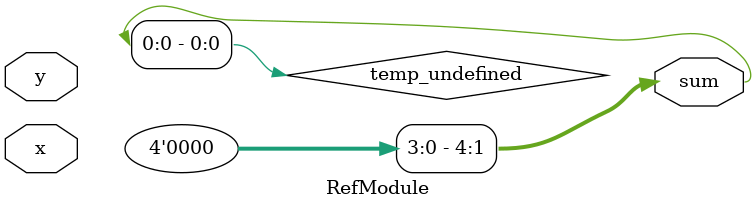
<source format=sv>

module RefModule (
  input [3:0] x,
  input [3:0] y,
  output [4:0] sum
);

  assign sum = temp_undefined;

endmodule


</source>
